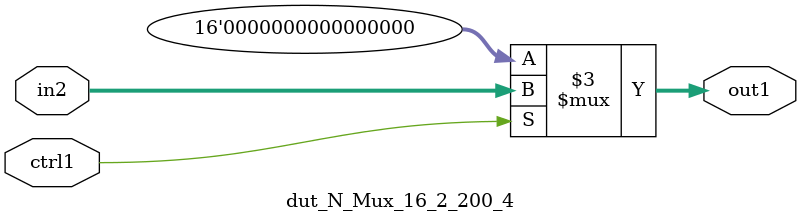
<source format=v>

`timescale 1ps / 1ps


module dut_N_Mux_16_2_200_4( in2, ctrl1, out1 );

    input [15:0] in2;
    input ctrl1;
    output [15:0] out1;
    reg [15:0] out1;

    
    // rtl_process:dut_N_Mux_16_2_200_4/dut_N_Mux_16_2_200_4_thread_1
    always @*
      begin : dut_N_Mux_16_2_200_4_thread_1
        case (ctrl1) 
          1'b1: 
            begin
              out1 = in2;
            end
          default: 
            begin
              out1 = 16'd00000;
            end
        endcase
      end

endmodule




</source>
